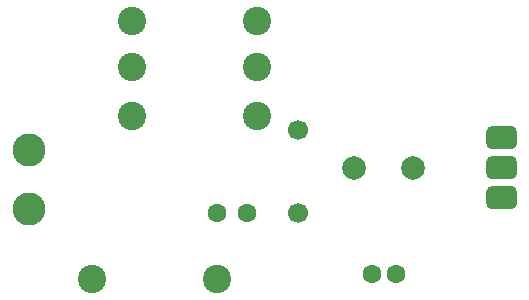
<source format=gbr>
%TF.GenerationSoftware,KiCad,Pcbnew,(5.1.12)-1*%
%TF.CreationDate,2023-06-26T22:50:23-03:00*%
%TF.ProjectId,P230523C10 - Fonte,50323330-3532-4334-9331-30202d20466f,rev?*%
%TF.SameCoordinates,Original*%
%TF.FileFunction,Soldermask,Bot*%
%TF.FilePolarity,Negative*%
%FSLAX46Y46*%
G04 Gerber Fmt 4.6, Leading zero omitted, Abs format (unit mm)*
G04 Created by KiCad (PCBNEW (5.1.12)-1) date 2023-06-26 22:50:23*
%MOMM*%
%LPD*%
G01*
G04 APERTURE LIST*
%ADD10C,2.000000*%
%ADD11C,1.600000*%
%ADD12C,2.800000*%
%ADD13C,2.400000*%
%ADD14C,1.700000*%
G04 APERTURE END LIST*
%TO.C,CI2*%
G36*
G01*
X166200000Y-104000000D02*
X167800000Y-104000000D01*
G75*
G02*
X168300000Y-104500000I0J-500000D01*
G01*
X168300000Y-105500000D01*
G75*
G02*
X167800000Y-106000000I-500000J0D01*
G01*
X166200000Y-106000000D01*
G75*
G02*
X165700000Y-105500000I0J500000D01*
G01*
X165700000Y-104500000D01*
G75*
G02*
X166200000Y-104000000I500000J0D01*
G01*
G37*
G36*
G01*
X166200000Y-101460000D02*
X167800000Y-101460000D01*
G75*
G02*
X168300000Y-101960000I0J-500000D01*
G01*
X168300000Y-102960000D01*
G75*
G02*
X167800000Y-103460000I-500000J0D01*
G01*
X166200000Y-103460000D01*
G75*
G02*
X165700000Y-102960000I0J500000D01*
G01*
X165700000Y-101960000D01*
G75*
G02*
X166200000Y-101460000I500000J0D01*
G01*
G37*
G36*
G01*
X166200000Y-106540000D02*
X167800000Y-106540000D01*
G75*
G02*
X168300000Y-107040000I0J-500000D01*
G01*
X168300000Y-108040000D01*
G75*
G02*
X167800000Y-108540000I-500000J0D01*
G01*
X166200000Y-108540000D01*
G75*
G02*
X165700000Y-108040000I0J500000D01*
G01*
X165700000Y-107040000D01*
G75*
G02*
X166200000Y-106540000I500000J0D01*
G01*
G37*
%TD*%
D10*
%TO.C,C3*%
X154500000Y-105000000D03*
X159500000Y-105000000D03*
%TD*%
D11*
%TO.C,C7*%
X156000000Y-114000000D03*
X158050000Y-114000000D03*
%TD*%
D12*
%TO.C,CN4*%
X127000000Y-103500000D03*
X127000000Y-108500000D03*
%TD*%
D13*
%TO.C,D3*%
X146300000Y-100600000D03*
X135700000Y-100600000D03*
%TD*%
%TO.C,D4*%
X135700000Y-96500000D03*
X146300000Y-96500000D03*
%TD*%
%TO.C,D5*%
X132300000Y-114400000D03*
X142900000Y-114400000D03*
%TD*%
%TO.C,D6*%
X146300000Y-92600000D03*
X135700000Y-92600000D03*
%TD*%
D11*
%TO.C,LD3*%
X142930000Y-108800000D03*
X145470000Y-108800000D03*
%TD*%
D14*
%TO.C,R8*%
X149800000Y-108800000D03*
X149800000Y-101800000D03*
%TD*%
M02*

</source>
